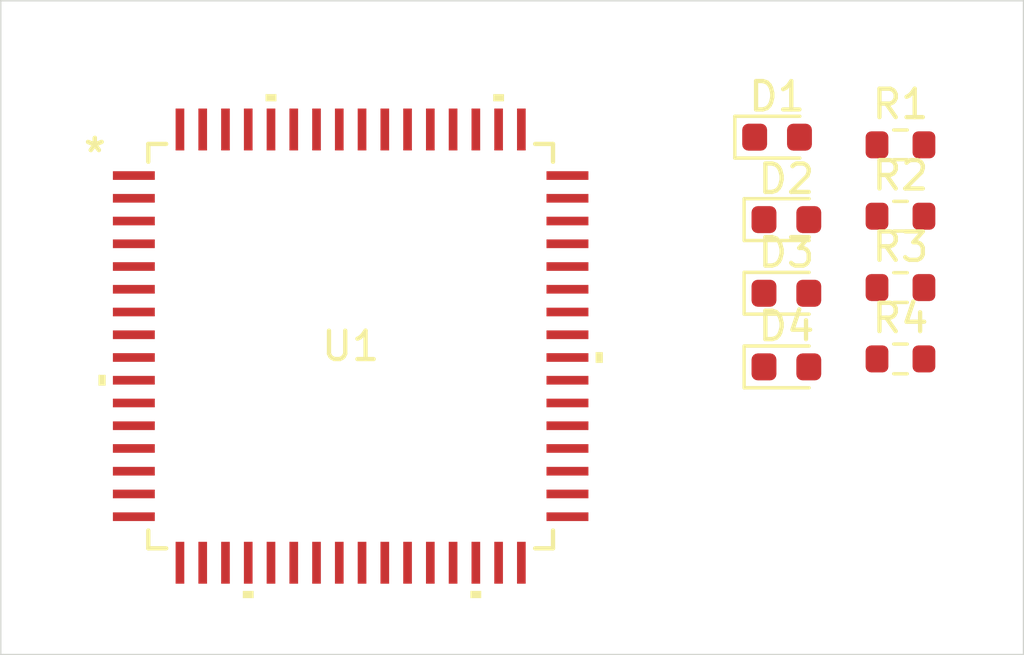
<source format=kicad_pcb>
(kicad_pcb (version 20240108) (generator "pcbnew") (generator_version "8.0")
  (layers (0 "F.Cu" signal) (31 "B.Cu" signal) (34 "B.Paste" user) (35 "F.Paste" user) (36 "B.SilkS" user "B.Silkscreen") (37 "F.SilkS" user "F.Silkscreen") (38 "B.Mask" user) (39 "F.Mask" user) (44 "Edge.Cuts" user))
  (net 0 "")
  (net 1 "Net-(D1-A)")
  (net 2 "Net-(D1-K)")
  (net 3 "Net-(D2-K)")
  (net 4 "Net-(D2-A)")
  (net 5 "Net-(D3-K)")
  (net 6 "Net-(D3-A)")
  (net 7 "Net-(D4-K)")
  (net 8 "Net-(D4-A)")
  (net 9 "GND")
  (net 14 "+3V3")
  (net 15 "Net-(U1-UCap)")
  (net 53 "Net-(U1-XTAL1)")
  (net 58 "Net-(U1-XTAL2)")
  (footprint "Resistor_SMD:R_0603_1608Metric" (layer "F.Cu") (at 156.425 89.22)
    (property "Reference" "R1" (at 0 -1.43 0) (layer "F.SilkS"))
    (property "Value" "1k")
    (fp_line (start -0.237258 -0.5225) (end 0.237258 -0.5225) (stroke (width 0.12)) (layer "F.SilkS"))
    (fp_line (start -0.237258 0.5225) (end 0.237258 0.5225) (stroke (width 0.12)) (layer "F.SilkS"))
    (pad "1" smd roundrect (at -0.825 0) (size 0.8 0.95) (layers "F.Cu" "F.Paste" "F.Mask") (net 2 "Net-(D1-K)"))
    (pad "2" smd roundrect (at 0.825 0) (size 0.8 0.95) (layers "F.Cu" "F.Paste" "F.Mask") (net 9 "GND"))
  )
  (footprint "Dev_Board:TQFP64_ATM" (layer "F.Cu") (at 137.1 96.3)
    (property "Reference" "U1" (at 0 0 0) (layer "F.SilkS"))
    (property "Value" "AT90USB1287-AUR")
    (fp_line (start -7.112 -7.112) (end -7.112 -6.485138) (stroke (width 0.1524)) (layer "F.SilkS"))
    (fp_line (start -7.112 6.485138) (end -7.112 7.112) (stroke (width 0.1524)) (layer "F.SilkS"))
    (fp_line (start -7.112 7.112) (end -6.485138 7.112) (stroke (width 0.1524)) (layer "F.SilkS"))
    (fp_line (start -6.485138 -7.112) (end -7.112 -7.112) (stroke (width 0.1524)) (layer "F.SilkS"))
    (fp_line (start 6.485138 7.112) (end 7.112 7.112) (stroke (width 0.1524)) (layer "F.SilkS"))
    (fp_line (start 7.112 -7.112) (end 6.485138 -7.112) (stroke (width 0.1524)) (layer "F.SilkS"))
    (fp_line (start 7.112 -6.485138) (end 7.112 -7.112) (stroke (width 0.1524)) (layer "F.SilkS"))
    (fp_line (start 7.112 7.112) (end 7.112 6.485138) (stroke (width 0.1524)) (layer "F.SilkS"))
    (fp_poly (pts (xy -8.8646 1.0095) (xy -8.8646 1.3905) (xy -8.6106 1.3905) (xy -8.6106 1.0095)) (fill solid) (layer "F.SilkS"))
    (fp_poly (pts (xy -3.7905 8.6106) (xy -3.7905 8.8646) (xy -3.4095 8.8646) (xy -3.4095 8.6106)) (fill solid) (layer "F.SilkS"))
    (fp_poly (pts (xy -2.990499 -8.6106) (xy -2.990499 -8.8646) (xy -2.609499 -8.8646) (xy -2.609499 -8.6106)) (fill solid) (layer "F.SilkS"))
    (fp_poly (pts (xy 4.209499 8.6106) (xy 4.209499 8.8646) (xy 4.590499 8.8646) (xy 4.590499 8.6106)) (fill solid) (layer "F.SilkS"))
    (fp_poly (pts (xy 5.0095 -8.6106) (xy 5.0095 -8.8646) (xy 5.3905 -8.8646) (xy 5.3905 -8.6106)) (fill solid) (layer "F.SilkS"))
    (fp_poly (pts (xy 8.8646 0.209499) (xy 8.8646 0.590499) (xy 8.6106 0.590499) (xy 8.6106 0.209499)) (fill solid) (layer "F.SilkS"))
    (fp_text user "*" (at -8.9916 -6.780999 0) (layer "F.SilkS"))
    (fp_text user "*" (at -8.9916 -6.780999 0) (layer "F.SilkS"))
    (pad "1" smd rect (at -7.62 -5.999998 90) (size 0.3048 1.4732) (layers "F.Cu" "F.Paste" "F.Mask"))
    (pad "2" smd rect (at -7.62 -5.2 90) (size 0.3048 1.4732) (layers "F.Cu" "F.Paste" "F.Mask"))
    (pad "3" smd rect (at -7.62 -4.399999 90) (size 0.3048 1.4732) (layers "F.Cu" "F.Paste" "F.Mask"))
    (pad "4" smd rect (at -7.62 -3.6 90) (size 0.3048 1.4732) (layers "F.Cu" "F.Paste" "F.Mask"))
    (pad "5" smd rect (at -7.62 -2.799999 90) (size 0.3048 1.4732) (layers "F.Cu" "F.Paste" "F.Mask"))
    (pad "6" smd rect (at -7.62 -2.000001 90) (size 0.3048 1.4732) (layers "F.Cu" "F.Paste" "F.Mask") (net 9 "GND"))
    (pad "7" smd rect (at -7.62 -1.2 90) (size 0.3048 1.4732) (layers "F.Cu" "F.Paste" "F.Mask") (net 15 "Net-(U1-UCap)"))
    (pad "8" smd rect (at -7.62 -0.399999 90) (size 0.3048 1.4732) (layers "F.Cu" "F.Paste" "F.Mask"))
    (pad "9" smd rect (at -7.62 0.399999 90) (size 0.3048 1.4732) (layers "F.Cu" "F.Paste" "F.Mask"))
    (pad "10" smd rect (at -7.62 1.2 90) (size 0.3048 1.4732) (layers "F.Cu" "F.Paste" "F.Mask"))
    (pad "11" smd rect (at -7.62 1.999999 90) (size 0.3048 1.4732) (layers "F.Cu" "F.Paste" "F.Mask"))
    (pad "12" smd rect (at -7.62 2.799999 90) (size 0.3048 1.4732) (layers "F.Cu" "F.Paste" "F.Mask"))
    (pad "13" smd rect (at -7.62 3.6 90) (size 0.3048 1.4732) (layers "F.Cu" "F.Paste" "F.Mask"))
    (pad "14" smd rect (at -7.62 4.399999 90) (size 0.3048 1.4732) (layers "F.Cu" "F.Paste" "F.Mask"))
    (pad "15" smd rect (at -7.62 5.2 90) (size 0.3048 1.4732) (layers "F.Cu" "F.Paste" "F.Mask"))
    (pad "16" smd rect (at -7.62 5.999998 90) (size 0.3048 1.4732) (layers "F.Cu" "F.Paste" "F.Mask"))
    (pad "17" smd rect (at -5.999998 7.62) (size 0.3048 1.4732) (layers "F.Cu" "F.Paste" "F.Mask"))
    (pad "18" smd rect (at -5.2 7.62) (size 0.3048 1.4732) (layers "F.Cu" "F.Paste" "F.Mask"))
    (pad "19" smd rect (at -4.399999 7.62) (size 0.3048 1.4732) (layers "F.Cu" "F.Paste" "F.Mask"))
    (pad "20" smd rect (at -3.6 7.62) (size 0.3048 1.4732) (layers "F.Cu" "F.Paste" "F.Mask") (net 14 "+3V3"))
    (pad "21" smd rect (at -2.799999 7.62) (size 0.3048 1.4732) (layers "F.Cu" "F.Paste" "F.Mask") (net 14 "+3V3"))
    (pad "22" smd rect (at -1.999999 7.62) (size 0.3048 1.4732) (layers "F.Cu" "F.Paste" "F.Mask") (net 9 "GND"))
    (pad "23" smd rect (at -1.2 7.62) (size 0.3048 1.4732) (layers "F.Cu" "F.Paste" "F.Mask") (net 58 "Net-(U1-XTAL2)"))
    (pad "24" smd rect (at -0.399999 7.62) (size 0.3048 1.4732) (layers "F.Cu" "F.Paste" "F.Mask") (net 53 "Net-(U1-XTAL1)"))
    (pad "25" smd rect (at 0.399999 7.62) (size 0.3048 1.4732) (layers "F.Cu" "F.Paste" "F.Mask"))
    (pad "26" smd rect (at 1.2 7.62) (size 0.3048 1.4732) (layers "F.Cu" "F.Paste" "F.Mask"))
    (pad "27" smd rect (at 2.000001 7.62) (size 0.3048 1.4732) (layers "F.Cu" "F.Paste" "F.Mask"))
    (pad "28" smd rect (at 2.799999 7.62) (size 0.3048 1.4732) (layers "F.Cu" "F.Paste" "F.Mask"))
    (pad "29" smd rect (at 3.6 7.62) (size 0.3048 1.4732) (layers "F.Cu" "F.Paste" "F.Mask"))
    (pad "30" smd rect (at 4.399999 7.62) (size 0.3048 1.4732) (layers "F.Cu" "F.Paste" "F.Mask"))
    (pad "31" smd rect (at 5.2 7.62) (size 0.3048 1.4732) (layers "F.Cu" "F.Paste" "F.Mask"))
    (pad "32" smd rect (at 5.999998 7.62) (size 0.3048 1.4732) (layers "F.Cu" "F.Paste" "F.Mask"))
    (pad "33" smd rect (at 7.62 5.999998 90) (size 0.3048 1.4732) (layers "F.Cu" "F.Paste" "F.Mask"))
    (pad "34" smd rect (at 7.62 5.2 90) (size 0.3048 1.4732) (layers "F.Cu" "F.Paste" "F.Mask"))
    (pad "35" smd rect (at 7.62 4.399999 90) (size 0.3048 1.4732) (layers "F.Cu" "F.Paste" "F.Mask"))
    (pad "36" smd rect (at 7.62 3.6 90) (size 0.3048 1.4732) (layers "F.Cu" "F.Paste" "F.Mask"))
    (pad "37" smd rect (at 7.62 2.799999 90) (size 0.3048 1.4732) (layers "F.Cu" "F.Paste" "F.Mask"))
    (pad "38" smd rect (at 7.62 1.999999 90) (size 0.3048 1.4732) (layers "F.Cu" "F.Paste" "F.Mask"))
    (pad "39" smd rect (at 7.62 1.2 90) (size 0.3048 1.4732) (layers "F.Cu" "F.Paste" "F.Mask"))
    (pad "40" smd rect (at 7.62 0.399999 90) (size 0.3048 1.4732) (layers "F.Cu" "F.Paste" "F.Mask"))
    (pad "41" smd rect (at 7.62 -0.399999 90) (size 0.3048 1.4732) (layers "F.Cu" "F.Paste" "F.Mask"))
    (pad "42" smd rect (at 7.62 -1.2 90) (size 0.3048 1.4732) (layers "F.Cu" "F.Paste" "F.Mask"))
    (pad "43" smd rect (at 7.62 -2.000001 90) (size 0.3048 1.4732) (layers "F.Cu" "F.Paste" "F.Mask"))
    (pad "44" smd rect (at 7.62 -2.799999 90) (size 0.3048 1.4732) (layers "F.Cu" "F.Paste" "F.Mask"))
    (pad "45" smd rect (at 7.62 -3.6 90) (size 0.3048 1.4732) (layers "F.Cu" "F.Paste" "F.Mask"))
    (pad "46" smd rect (at 7.62 -4.399999 90) (size 0.3048 1.4732) (layers "F.Cu" "F.Paste" "F.Mask"))
    (pad "47" smd rect (at 7.62 -5.2 90) (size 0.3048 1.4732) (layers "F.Cu" "F.Paste" "F.Mask"))
    (pad "48" smd rect (at 7.62 -5.999998 90) (size 0.3048 1.4732) (layers "F.Cu" "F.Paste" "F.Mask") (net 1 "Net-(D1-A)"))
    (pad "49" smd rect (at 5.999998 -7.62) (size 0.3048 1.4732) (layers "F.Cu" "F.Paste" "F.Mask") (net 4 "Net-(D2-A)"))
    (pad "50" smd rect (at 5.2 -7.62) (size 0.3048 1.4732) (layers "F.Cu" "F.Paste" "F.Mask") (net 6 "Net-(D3-A)"))
    (pad "51" smd rect (at 4.399999 -7.62) (size 0.3048 1.4732) (layers "F.Cu" "F.Paste" "F.Mask") (net 8 "Net-(D4-A)"))
    (pad "52" smd rect (at 3.6 -7.62) (size 0.3048 1.4732) (layers "F.Cu" "F.Paste" "F.Mask") (net 14 "+3V3"))
    (pad "53" smd rect (at 2.799999 -7.62) (size 0.3048 1.4732) (layers "F.Cu" "F.Paste" "F.Mask") (net 9 "GND"))
    (pad "54" smd rect (at 1.999999 -7.62) (size 0.3048 1.4732) (layers "F.Cu" "F.Paste" "F.Mask"))
    (pad "55" smd rect (at 1.2 -7.62) (size 0.3048 1.4732) (layers "F.Cu" "F.Paste" "F.Mask"))
    (pad "56" smd rect (at 0.399999 -7.62) (size 0.3048 1.4732) (layers "F.Cu" "F.Paste" "F.Mask"))
    (pad "57" smd rect (at -0.399999 -7.62) (size 0.3048 1.4732) (layers "F.Cu" "F.Paste" "F.Mask"))
    (pad "58" smd rect (at -1.2 -7.62) (size 0.3048 1.4732) (layers "F.Cu" "F.Paste" "F.Mask"))
    (pad "59" smd rect (at -2.000001 -7.62) (size 0.3048 1.4732) (layers "F.Cu" "F.Paste" "F.Mask"))
    (pad "60" smd rect (at -2.799999 -7.62) (size 0.3048 1.4732) (layers "F.Cu" "F.Paste" "F.Mask"))
    (pad "61" smd rect (at -3.6 -7.62) (size 0.3048 1.4732) (layers "F.Cu" "F.Paste" "F.Mask"))
    (pad "62" smd rect (at -4.399999 -7.62) (size 0.3048 1.4732) (layers "F.Cu" "F.Paste" "F.Mask"))
    (pad "63" smd rect (at -5.2 -7.62) (size 0.3048 1.4732) (layers "F.Cu" "F.Paste" "F.Mask") (net 9 "GND"))
    (pad "64" smd rect (at -5.999998 -7.62) (size 0.3048 1.4732) (layers "F.Cu" "F.Paste" "F.Mask"))
  )
  (footprint "LED_SMD:LED_0603_1608Metric" (layer "F.Cu") (at 152.415 97.03)
    (property "Reference" "D4" (at 0 -1.43 0) (layer "F.SilkS"))
    (property "Value" "LED")
    (fp_line (start -1.485 -0.735) (end -1.485 0.735) (stroke (width 0.12)) (layer "F.SilkS"))
    (fp_line (start -1.485 0.735) (end 0.8 0.735) (stroke (width 0.12)) (layer "F.SilkS"))
    (fp_line (start 0.8 -0.735) (end -1.485 -0.735) (stroke (width 0.12)) (layer "F.SilkS"))
    (pad "1" smd roundrect (at -0.7875 0) (size 0.875 0.95) (layers "F.Cu" "F.Paste" "F.Mask") (net 7 "Net-(D4-K)"))
    (pad "2" smd roundrect (at 0.7875 0) (size 0.875 0.95) (layers "F.Cu" "F.Paste" "F.Mask") (net 8 "Net-(D4-A)"))
  )
  (footprint "LED_SMD:LED_0603_1608Metric" (layer "F.Cu") (at 152.415 91.85)
    (property "Reference" "D2" (at 0 -1.43 0) (layer "F.SilkS"))
    (property "Value" "LED")
    (fp_line (start -1.485 -0.735) (end -1.485 0.735) (stroke (width 0.12)) (layer "F.SilkS"))
    (fp_line (start -1.485 0.735) (end 0.8 0.735) (stroke (width 0.12)) (layer "F.SilkS"))
    (fp_line (start 0.8 -0.735) (end -1.485 -0.735) (stroke (width 0.12)) (layer "F.SilkS"))
    (pad "1" smd roundrect (at -0.7875 0) (size 0.875 0.95) (layers "F.Cu" "F.Paste" "F.Mask") (net 3 "Net-(D2-K)"))
    (pad "2" smd roundrect (at 0.7875 0) (size 0.875 0.95) (layers "F.Cu" "F.Paste" "F.Mask") (net 4 "Net-(D2-A)"))
  )
  (footprint "Resistor_SMD:R_0603_1608Metric" (layer "F.Cu") (at 156.425 94.24)
    (property "Reference" "R3" (at 0 -1.43 0) (layer "F.SilkS"))
    (property "Value" "1k")
    (fp_line (start -0.237258 -0.5225) (end 0.237258 -0.5225) (stroke (width 0.12)) (layer "F.SilkS"))
    (fp_line (start -0.237258 0.5225) (end 0.237258 0.5225) (stroke (width 0.12)) (layer "F.SilkS"))
    (pad "1" smd roundrect (at -0.825 0) (size 0.8 0.95) (layers "F.Cu" "F.Paste" "F.Mask") (net 5 "Net-(D3-K)"))
    (pad "2" smd roundrect (at 0.825 0) (size 0.8 0.95) (layers "F.Cu" "F.Paste" "F.Mask") (net 9 "GND"))
  )
  (footprint "LED_SMD:LED_0603_1608Metric" (layer "F.Cu") (at 152.0875 88.95)
    (property "Reference" "D1" (at 0 -1.43 360) (layer "F.SilkS"))
    (property "Value" "LED")
    (fp_line (start -1.485 -0.735) (end -1.485 0.735) (stroke (width 0.12)) (layer "F.SilkS"))
    (fp_line (start -1.485 0.735) (end 0.8 0.735) (stroke (width 0.12)) (layer "F.SilkS"))
    (fp_line (start 0.8 -0.735) (end -1.485 -0.735) (stroke (width 0.12)) (layer "F.SilkS"))
    (pad "1" smd roundrect (at -0.7875 0) (size 0.875 0.95) (layers "F.Cu" "F.Paste" "F.Mask") (net 2 "Net-(D1-K)"))
    (pad "2" smd roundrect (at 0.7875 0) (size 0.875 0.95) (layers "F.Cu" "F.Paste" "F.Mask") (net 1 "Net-(D1-A)"))
  )
  (footprint "Resistor_SMD:R_0603_1608Metric" (layer "F.Cu") (at 156.425 96.75)
    (property "Reference" "R4" (at 0 -1.43 0) (layer "F.SilkS"))
    (property "Value" "1k")
    (fp_line (start -0.237258 -0.5225) (end 0.237258 -0.5225) (stroke (width 0.12)) (layer "F.SilkS"))
    (fp_line (start -0.237258 0.5225) (end 0.237258 0.5225) (stroke (width 0.12)) (layer "F.SilkS"))
    (pad "1" smd roundrect (at -0.825 0) (size 0.8 0.95) (layers "F.Cu" "F.Paste" "F.Mask") (net 7 "Net-(D4-K)"))
    (pad "2" smd roundrect (at 0.825 0) (size 0.8 0.95) (layers "F.Cu" "F.Paste" "F.Mask") (net 9 "GND"))
  )
  (footprint "Resistor_SMD:R_0603_1608Metric" (layer "F.Cu") (at 156.425 91.73)
    (property "Reference" "R2" (at 0 -1.43 0) (layer "F.SilkS"))
    (property "Value" "1k")
    (fp_line (start -0.237258 -0.5225) (end 0.237258 -0.5225) (stroke (width 0.12)) (layer "F.SilkS"))
    (fp_line (start -0.237258 0.5225) (end 0.237258 0.5225) (stroke (width 0.12)) (layer "F.SilkS"))
    (pad "1" smd roundrect (at -0.825 0) (size 0.8 0.95) (layers "F.Cu" "F.Paste" "F.Mask") (net 3 "Net-(D2-K)"))
    (pad "2" smd roundrect (at 0.825 0) (size 0.8 0.95) (layers "F.Cu" "F.Paste" "F.Mask") (net 9 "GND"))
  )
  (footprint "LED_SMD:LED_0603_1608Metric" (layer "F.Cu") (at 152.415 94.44)
    (property "Reference" "D3" (at 0 -1.43 0) (layer "F.SilkS"))
    (property "Value" "LED")
    (fp_line (start -1.485 -0.735) (end -1.485 0.735) (stroke (width 0.12)) (layer "F.SilkS"))
    (fp_line (start -1.485 0.735) (end 0.8 0.735) (stroke (width 0.12)) (layer "F.SilkS"))
    (fp_line (start 0.8 -0.735) (end -1.485 -0.735) (stroke (width 0.12)) (layer "F.SilkS"))
    (pad "1" smd roundrect (at -0.7875 0) (size 0.875 0.95) (layers "F.Cu" "F.Paste" "F.Mask") (net 5 "Net-(D3-K)"))
    (pad "2" smd roundrect (at 0.7875 0) (size 0.875 0.95) (layers "F.Cu" "F.Paste" "F.Mask") (net 6 "Net-(D3-A)"))
  )
  (gr_rect (start 124.8 84.15) (end 160.75 107.15) (stroke (width 0.05)) (fill none) (layer "Edge.Cuts"))
)
</source>
